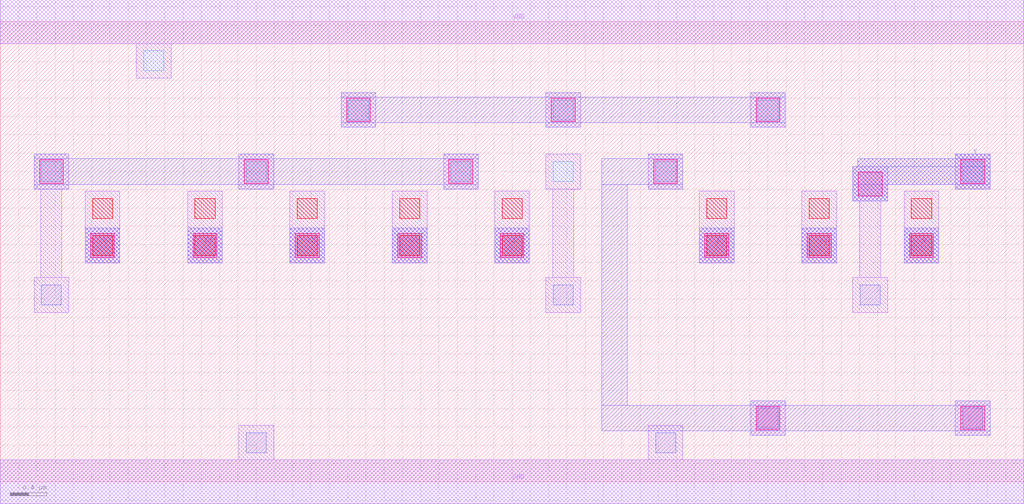
<source format=lef>
MACRO OAAAOI2132
 CLASS CORE ;
 FOREIGN OAAAOI2132 0 0 ;
 SIZE 11.200000000000001 BY 5.04 ;
 ORIGIN 0 0 ;
 SYMMETRY X Y R90 ;
 SITE unit ;
  PIN VDD
   DIRECTION INOUT ;
   USE POWER ;
   SHAPE ABUTMENT ;
    PORT
     CLASS CORE ;
       LAYER met1 ;
        RECT 0.00000000 4.80000000 11.20000000 5.28000000 ;
    END
  END VDD

  PIN GND
   DIRECTION INOUT ;
   USE POWER ;
   SHAPE ABUTMENT ;
    PORT
     CLASS CORE ;
       LAYER met1 ;
        RECT 0.00000000 -0.24000000 11.20000000 0.24000000 ;
    END
  END GND

  PIN Y
   DIRECTION INOUT ;
   USE SIGNAL ;
   SHAPE ABUTMENT ;
    PORT
     CLASS CORE ;
       LAYER met2 ;
        RECT 9.33000000 3.07200000 9.71000000 3.25700000 ;
        RECT 10.45000000 3.20700000 10.83000000 3.25700000 ;
        RECT 9.33000000 3.25700000 10.83000000 3.45200000 ;
        RECT 9.38000000 3.45200000 10.83000000 3.53700000 ;
        RECT 10.45000000 3.53700000 10.83000000 3.58700000 ;
    END
  END Y

  PIN A1
   DIRECTION INOUT ;
   USE SIGNAL ;
   SHAPE ABUTMENT ;
    PORT
     CLASS CORE ;
       LAYER met2 ;
        RECT 8.77000000 2.39700000 9.15000000 2.77700000 ;
    END
  END A1

  PIN A
   DIRECTION INOUT ;
   USE SIGNAL ;
   SHAPE ABUTMENT ;
    PORT
     CLASS CORE ;
       LAYER met2 ;
        RECT 9.89000000 2.39700000 10.27000000 2.77700000 ;
    END
  END A

  PIN C
   DIRECTION INOUT ;
   USE SIGNAL ;
   SHAPE ABUTMENT ;
    PORT
     CLASS CORE ;
       LAYER met2 ;
        RECT 5.41000000 2.39700000 5.79000000 2.77700000 ;
    END
  END C

  PIN C1
   DIRECTION INOUT ;
   USE SIGNAL ;
   SHAPE ABUTMENT ;
    PORT
     CLASS CORE ;
       LAYER met2 ;
        RECT 4.29000000 2.39700000 4.67000000 2.77700000 ;
    END
  END C1

  PIN B
   DIRECTION INOUT ;
   USE SIGNAL ;
   SHAPE ABUTMENT ;
    PORT
     CLASS CORE ;
       LAYER met2 ;
        RECT 7.65000000 2.39700000 8.03000000 2.77700000 ;
    END
  END B

  PIN C2
   DIRECTION INOUT ;
   USE SIGNAL ;
   SHAPE ABUTMENT ;
    PORT
     CLASS CORE ;
       LAYER met2 ;
        RECT 3.17000000 2.39700000 3.55000000 2.77700000 ;
    END
  END C2

  PIN D
   DIRECTION INOUT ;
   USE SIGNAL ;
   SHAPE ABUTMENT ;
    PORT
     CLASS CORE ;
       LAYER met2 ;
        RECT 0.93000000 2.39700000 1.31000000 2.77700000 ;
    END
  END D

  PIN D1
   DIRECTION INOUT ;
   USE SIGNAL ;
   SHAPE ABUTMENT ;
    PORT
     CLASS CORE ;
       LAYER met2 ;
        RECT 2.05000000 2.39700000 2.43000000 2.77700000 ;
    END
  END D1

 OBS
    LAYER polycont ;
     RECT 1.01000000 2.47700000 1.23000000 2.69700000 ;
     RECT 2.13000000 2.47700000 2.35000000 2.69700000 ;
     RECT 3.25000000 2.47700000 3.47000000 2.69700000 ;
     RECT 4.37000000 2.47700000 4.59000000 2.69700000 ;
     RECT 5.49000000 2.47700000 5.71000000 2.69700000 ;
     RECT 7.73000000 2.47700000 7.95000000 2.69700000 ;
     RECT 8.85000000 2.47700000 9.07000000 2.69700000 ;
     RECT 9.97000000 2.47700000 10.19000000 2.69700000 ;
     RECT 1.01000000 2.88200000 1.23000000 3.10200000 ;
     RECT 2.13000000 2.88200000 2.35000000 3.10200000 ;
     RECT 3.25000000 2.88200000 3.47000000 3.10200000 ;
     RECT 4.37000000 2.88200000 4.59000000 3.10200000 ;
     RECT 5.49000000 2.88200000 5.71000000 3.10200000 ;
     RECT 7.73000000 2.88200000 7.95000000 3.10200000 ;
     RECT 8.85000000 2.88200000 9.07000000 3.10200000 ;
     RECT 9.97000000 2.88200000 10.19000000 3.10200000 ;

    LAYER pdiffc ;
     RECT 0.45000000 3.28700000 0.67000000 3.50700000 ;
     RECT 2.69000000 3.28700000 2.91000000 3.50700000 ;
     RECT 4.93000000 3.28700000 5.15000000 3.50700000 ;
     RECT 6.05000000 3.28700000 6.27000000 3.50700000 ;
     RECT 7.17000000 3.28700000 7.39000000 3.50700000 ;
     RECT 10.53000000 3.28700000 10.75000000 3.50700000 ;
     RECT 3.81000000 3.96200000 4.03000000 4.18200000 ;
     RECT 6.05000000 3.96200000 6.27000000 4.18200000 ;
     RECT 8.29000000 3.96200000 8.51000000 4.18200000 ;
     RECT 1.57000000 4.50200000 1.79000000 4.72200000 ;

    LAYER ndiffc ;
     RECT 2.69000000 0.31700000 2.91000000 0.53700000 ;
     RECT 7.17000000 0.31700000 7.39000000 0.53700000 ;
     RECT 8.29000000 0.58700000 8.51000000 0.80700000 ;
     RECT 10.53000000 0.58700000 10.75000000 0.80700000 ;
     RECT 0.45000000 1.93700000 0.67000000 2.15700000 ;
     RECT 6.05000000 1.93700000 6.27000000 2.15700000 ;
     RECT 9.41000000 1.93700000 9.63000000 2.15700000 ;

    LAYER met1 ;
     RECT 0.00000000 -0.24000000 11.20000000 0.24000000 ;
     RECT 2.61000000 0.24000000 2.99000000 0.61700000 ;
     RECT 7.09000000 0.24000000 7.47000000 0.61700000 ;
     RECT 8.21000000 0.50700000 8.59000000 0.88700000 ;
     RECT 10.45000000 0.50700000 10.83000000 0.88700000 ;
     RECT 0.93000000 2.39700000 1.31000000 3.18200000 ;
     RECT 2.05000000 2.39700000 2.43000000 3.18200000 ;
     RECT 3.17000000 2.39700000 3.55000000 3.18200000 ;
     RECT 4.29000000 2.39700000 4.67000000 3.18200000 ;
     RECT 5.41000000 2.39700000 5.79000000 3.18200000 ;
     RECT 7.65000000 2.39700000 8.03000000 3.18200000 ;
     RECT 8.77000000 2.39700000 9.15000000 3.18200000 ;
     RECT 9.89000000 2.39700000 10.27000000 3.18200000 ;
     RECT 9.33000000 1.85700000 9.71000000 2.23700000 ;
     RECT 9.40500000 2.23700000 9.63500000 3.07200000 ;
     RECT 9.33000000 3.07200000 9.71000000 3.45200000 ;
     RECT 0.37000000 1.85700000 0.75000000 2.23700000 ;
     RECT 0.44500000 2.23700000 0.67500000 3.20700000 ;
     RECT 0.37000000 3.20700000 0.75000000 3.58700000 ;
     RECT 2.61000000 3.20700000 2.99000000 3.58700000 ;
     RECT 4.85000000 3.20700000 5.23000000 3.58700000 ;
     RECT 5.97000000 1.85700000 6.35000000 2.23700000 ;
     RECT 6.04500000 2.23700000 6.27500000 3.20700000 ;
     RECT 5.97000000 3.20700000 6.35000000 3.58700000 ;
     RECT 7.09000000 3.20700000 7.47000000 3.58700000 ;
     RECT 10.45000000 3.20700000 10.83000000 3.58700000 ;
     RECT 3.73000000 3.88200000 4.11000000 4.26200000 ;
     RECT 5.97000000 3.88200000 6.35000000 4.26200000 ;
     RECT 8.21000000 3.88200000 8.59000000 4.26200000 ;
     RECT 1.49000000 4.42200000 1.87000000 4.80000000 ;
     RECT 0.00000000 4.80000000 11.20000000 5.28000000 ;

    LAYER via1 ;
     RECT 8.27000000 0.56700000 8.53000000 0.82700000 ;
     RECT 10.51000000 0.56700000 10.77000000 0.82700000 ;
     RECT 0.99000000 2.45700000 1.25000000 2.71700000 ;
     RECT 2.11000000 2.45700000 2.37000000 2.71700000 ;
     RECT 3.23000000 2.45700000 3.49000000 2.71700000 ;
     RECT 4.35000000 2.45700000 4.61000000 2.71700000 ;
     RECT 5.47000000 2.45700000 5.73000000 2.71700000 ;
     RECT 7.71000000 2.45700000 7.97000000 2.71700000 ;
     RECT 8.83000000 2.45700000 9.09000000 2.71700000 ;
     RECT 9.95000000 2.45700000 10.21000000 2.71700000 ;
     RECT 9.39000000 3.13200000 9.65000000 3.39200000 ;
     RECT 0.43000000 3.26700000 0.69000000 3.52700000 ;
     RECT 2.67000000 3.26700000 2.93000000 3.52700000 ;
     RECT 4.91000000 3.26700000 5.17000000 3.52700000 ;
     RECT 7.15000000 3.26700000 7.41000000 3.52700000 ;
     RECT 10.51000000 3.26700000 10.77000000 3.52700000 ;
     RECT 3.79000000 3.94200000 4.05000000 4.20200000 ;
     RECT 6.03000000 3.94200000 6.29000000 4.20200000 ;
     RECT 8.27000000 3.94200000 8.53000000 4.20200000 ;

    LAYER met2 ;
     RECT 0.93000000 2.39700000 1.31000000 2.77700000 ;
     RECT 2.05000000 2.39700000 2.43000000 2.77700000 ;
     RECT 3.17000000 2.39700000 3.55000000 2.77700000 ;
     RECT 4.29000000 2.39700000 4.67000000 2.77700000 ;
     RECT 5.41000000 2.39700000 5.79000000 2.77700000 ;
     RECT 7.65000000 2.39700000 8.03000000 2.77700000 ;
     RECT 8.77000000 2.39700000 9.15000000 2.77700000 ;
     RECT 9.89000000 2.39700000 10.27000000 2.77700000 ;
     RECT 0.37000000 3.20700000 0.75000000 3.25700000 ;
     RECT 2.61000000 3.20700000 2.99000000 3.25700000 ;
     RECT 4.85000000 3.20700000 5.23000000 3.25700000 ;
     RECT 0.37000000 3.25700000 5.23000000 3.53700000 ;
     RECT 0.37000000 3.53700000 0.75000000 3.58700000 ;
     RECT 2.61000000 3.53700000 2.99000000 3.58700000 ;
     RECT 4.85000000 3.53700000 5.23000000 3.58700000 ;
     RECT 8.21000000 0.50700000 8.59000000 0.55700000 ;
     RECT 10.45000000 0.50700000 10.83000000 0.55700000 ;
     RECT 6.58000000 0.55700000 10.83000000 0.83700000 ;
     RECT 8.21000000 0.83700000 8.59000000 0.88700000 ;
     RECT 10.45000000 0.83700000 10.83000000 0.88700000 ;
     RECT 6.58000000 0.83700000 6.86000000 3.25700000 ;
     RECT 7.09000000 3.20700000 7.47000000 3.25700000 ;
     RECT 6.58000000 3.25700000 7.47000000 3.53700000 ;
     RECT 7.09000000 3.53700000 7.47000000 3.58700000 ;
     RECT 9.33000000 3.07200000 9.71000000 3.25700000 ;
     RECT 10.45000000 3.20700000 10.83000000 3.25700000 ;
     RECT 9.33000000 3.25700000 10.83000000 3.45200000 ;
     RECT 9.38000000 3.45200000 10.83000000 3.53700000 ;
     RECT 10.45000000 3.53700000 10.83000000 3.58700000 ;
     RECT 3.73000000 3.88200000 4.11000000 3.93200000 ;
     RECT 5.97000000 3.88200000 6.35000000 3.93200000 ;
     RECT 8.21000000 3.88200000 8.59000000 3.93200000 ;
     RECT 3.73000000 3.93200000 8.59000000 4.21200000 ;
     RECT 3.73000000 4.21200000 4.11000000 4.26200000 ;
     RECT 5.97000000 4.21200000 6.35000000 4.26200000 ;
     RECT 8.21000000 4.21200000 8.59000000 4.26200000 ;

 END
END OAAAOI2132

</source>
